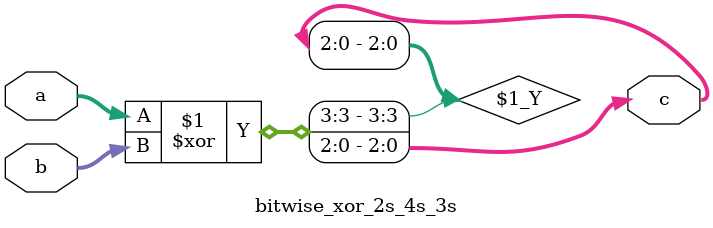
<source format=v>
module bitwise_xor_2s_4s_3s(a, b, c);
  input signed [1:0] a;
  input signed [3:0] b;
  output signed [2:0] c;
  assign c = a ^ b;
endmodule

</source>
